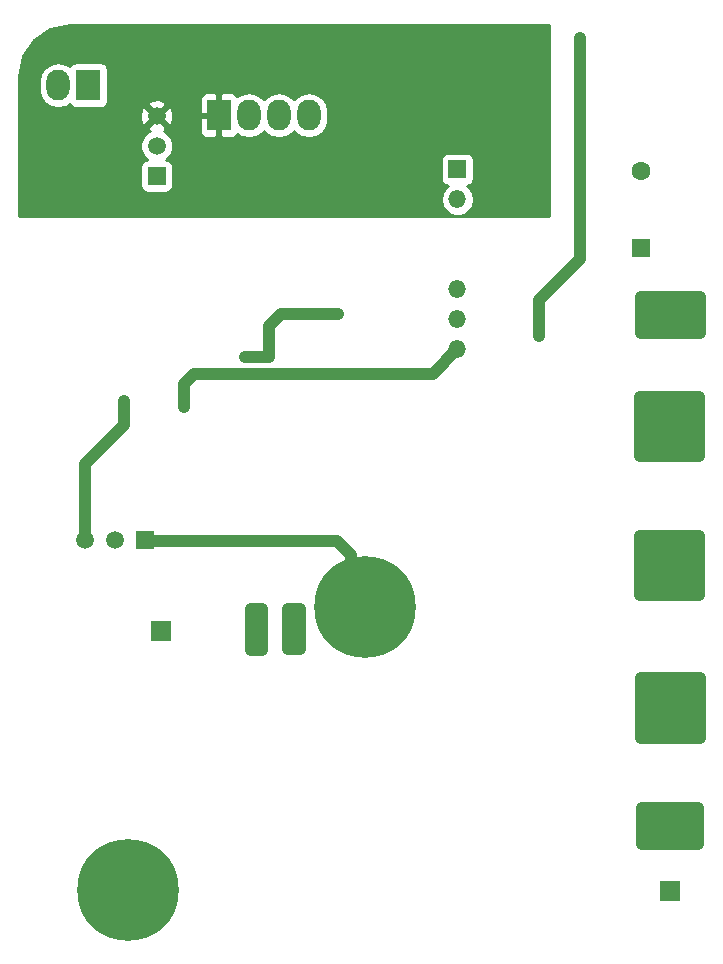
<source format=gbr>
G04 #@! TF.GenerationSoftware,KiCad,Pcbnew,no-vcs-found-dc66b73~61~ubuntu17.10.1*
G04 #@! TF.CreationDate,2018-02-04T10:14:16-05:00*
G04 #@! TF.ProjectId,VBUS-Sense,564255532D53656E73652E6B69636164,rev?*
G04 #@! TF.SameCoordinates,Original*
G04 #@! TF.FileFunction,Copper,L2,Bot,Signal*
G04 #@! TF.FilePolarity,Positive*
%FSLAX46Y46*%
G04 Gerber Fmt 4.6, Leading zero omitted, Abs format (unit mm)*
G04 Created by KiCad (PCBNEW no-vcs-found-dc66b73~61~ubuntu17.10.1) date Sun Feb  4 10:14:16 2018*
%MOMM*%
%LPD*%
G01*
G04 APERTURE LIST*
%ADD10O,2.000000X2.600000*%
%ADD11R,2.000000X2.600000*%
%ADD12R,1.500000X1.500000*%
%ADD13O,1.500000X1.500000*%
%ADD14C,8.600000*%
%ADD15C,0.900000*%
%ADD16R,1.700000X1.700000*%
%ADD17R,1.520000X1.520000*%
%ADD18C,1.520000*%
%ADD19C,1.600000*%
%ADD20R,1.600000X1.600000*%
%ADD21C,0.800000*%
%ADD22C,1.000000*%
%ADD23C,0.254000*%
G04 APERTURE END LIST*
D10*
X25273000Y-8382000D03*
X22733000Y-8382000D03*
X20193000Y-8382000D03*
D11*
X17653000Y-8382000D03*
D12*
X37846000Y-12954000D03*
D13*
X37846000Y-15494000D03*
X37846000Y-23114000D03*
X37846000Y-25654000D03*
X37846000Y-28194000D03*
D10*
X4064000Y-5842000D03*
D11*
X6604000Y-5842000D03*
D14*
X10000000Y-74000000D03*
D15*
X13225000Y-74000000D03*
X12280419Y-76280419D03*
X10000000Y-77225000D03*
X7719581Y-76280419D03*
X6775000Y-74000000D03*
X7719581Y-71719581D03*
X10000000Y-70775000D03*
X12280419Y-71719581D03*
X32280419Y-47719581D03*
X30000000Y-46775000D03*
X27719581Y-47719581D03*
X26775000Y-50000000D03*
X27719581Y-52280419D03*
X30000000Y-53225000D03*
X32280419Y-52280419D03*
X33225000Y-50000000D03*
D14*
X30000000Y-50000000D03*
D16*
X12750800Y-52070000D03*
X55854600Y-74066400D03*
D17*
X12382500Y-13525500D03*
D18*
X12382500Y-8445500D03*
X12382500Y-10985500D03*
D19*
X53365400Y-13083400D03*
D20*
X53365400Y-19583400D03*
D17*
X11366500Y-44386500D03*
D18*
X6286500Y-44386500D03*
X8826500Y-44386500D03*
D21*
X38719000Y-2540000D03*
X37719000Y-2540000D03*
X20336000Y-50165000D03*
X21336000Y-50165000D03*
X20336000Y-53657500D03*
X21336000Y-53657500D03*
X48260000Y-4841500D03*
X48260000Y-3841500D03*
X48260000Y-2841500D03*
X48260000Y-1841500D03*
X44767500Y-27066500D03*
X44767500Y-26066500D03*
X44767500Y-25066500D03*
X44767500Y-24066500D03*
X21875500Y-28892500D03*
X20875500Y-28892500D03*
X19875500Y-28892500D03*
X27765000Y-25209500D03*
X26765000Y-25209500D03*
X25765000Y-25209500D03*
X24765000Y-25209500D03*
X14732000Y-33115000D03*
X14732000Y-32115000D03*
X14732000Y-31115000D03*
X58403500Y-61070500D03*
X53403500Y-61070500D03*
X58403500Y-60070500D03*
X53403500Y-60070500D03*
X58403500Y-59070500D03*
X53403500Y-59070500D03*
X58403500Y-58070500D03*
X53403500Y-58070500D03*
X58403500Y-57070500D03*
X53403500Y-57070500D03*
X58403500Y-56070500D03*
X53403500Y-56070500D03*
X58340000Y-49005500D03*
X53340000Y-49005500D03*
X58340000Y-48005500D03*
X53340000Y-48005500D03*
X58340000Y-47005500D03*
X53340000Y-47005500D03*
X58340000Y-46005500D03*
X53340000Y-46005500D03*
X58340000Y-45005500D03*
X53340000Y-45005500D03*
X58340000Y-44005500D03*
X53340000Y-44005500D03*
X58340000Y-37258000D03*
X53340000Y-37258000D03*
X58340000Y-36258000D03*
X53340000Y-36258000D03*
X58340000Y-35258000D03*
X53340000Y-35258000D03*
X58340000Y-34258000D03*
X53340000Y-34258000D03*
X58340000Y-33258000D03*
X53340000Y-33258000D03*
X58340000Y-32258000D03*
X53340000Y-32258000D03*
X23511000Y-53594000D03*
X24511000Y-53594000D03*
X23511000Y-50165000D03*
X24511000Y-50165000D03*
X9652000Y-34575500D03*
X9652000Y-33575500D03*
X9652000Y-32575500D03*
X53467000Y-70056000D03*
X53467000Y-69056000D03*
X53467000Y-68056000D03*
X53467000Y-67056000D03*
X58229500Y-70056000D03*
X58229500Y-69056000D03*
X58229500Y-68056000D03*
X58229500Y-67056000D03*
X58356500Y-26812500D03*
X58356500Y-25812500D03*
X58356500Y-24812500D03*
X53403500Y-26812500D03*
X53403500Y-25812500D03*
X53403500Y-24812500D03*
X53403500Y-23812500D03*
X58356500Y-23812500D03*
D22*
X21875500Y-28892500D02*
X19875500Y-28892500D01*
X48260000Y-4841500D02*
X48260000Y-1841500D01*
X20336000Y-53657500D02*
X21336000Y-53657500D01*
X20336000Y-50165000D02*
X20336000Y-53657500D01*
X21336000Y-50165000D02*
X21336000Y-53657500D01*
X20336000Y-50165000D02*
X21336000Y-50165000D01*
X44767500Y-24066500D02*
X44767500Y-27066500D01*
X48260000Y-4841500D02*
X48260000Y-20574000D01*
X48260000Y-20574000D02*
X44767500Y-24066500D01*
X21875500Y-26257500D02*
X22923500Y-25209500D01*
X21875500Y-28892500D02*
X21875500Y-26257500D01*
X22923500Y-25209500D02*
X24765000Y-25209500D01*
X24765000Y-25209500D02*
X27765000Y-25209500D01*
X14732000Y-33115000D02*
X14732000Y-31115000D01*
X35750500Y-30289500D02*
X15557500Y-30289500D01*
X37846000Y-28194000D02*
X35750500Y-30289500D01*
X15557500Y-30289500D02*
X14732000Y-31115000D01*
X53403500Y-57070500D02*
X58403500Y-57070500D01*
X53403500Y-58070500D02*
X58403500Y-58070500D01*
X53403500Y-59070500D02*
X58403500Y-59070500D01*
X53403500Y-60070500D02*
X58403500Y-60070500D01*
X53403500Y-61070500D02*
X58403500Y-61070500D01*
X53403500Y-56070500D02*
X53403500Y-61070500D01*
X58403500Y-56070500D02*
X58403500Y-61070500D01*
X53403500Y-56070500D02*
X58403500Y-56070500D01*
X53340000Y-45005500D02*
X58340000Y-45005500D01*
X58340000Y-46005500D02*
X53340000Y-46005500D01*
X53340000Y-47005500D02*
X58340000Y-47005500D01*
X58340000Y-48005500D02*
X53340000Y-48005500D01*
X58340000Y-44005500D02*
X58340000Y-49005500D01*
X53340000Y-44005500D02*
X58340000Y-44005500D01*
X58340000Y-49005500D02*
X53340000Y-49005500D01*
X53340000Y-44005500D02*
X53340000Y-49005500D01*
X58340000Y-36258000D02*
X53340000Y-36258000D01*
X53340000Y-35258000D02*
X58340000Y-35258000D01*
X58340000Y-34258000D02*
X53340000Y-34258000D01*
X53340000Y-33258000D02*
X58340000Y-33258000D01*
X53340000Y-37258000D02*
X53340000Y-32258000D01*
X58340000Y-37258000D02*
X53340000Y-37258000D01*
X58340000Y-32258000D02*
X58340000Y-37258000D01*
X53340000Y-32258000D02*
X58340000Y-32258000D01*
X23511000Y-50165000D02*
X24511000Y-50165000D01*
X23511000Y-53594000D02*
X24511000Y-53594000D01*
X24511000Y-50165000D02*
X24511000Y-53594000D01*
X23511000Y-50165000D02*
X23511000Y-53594000D01*
X28849999Y-46222999D02*
X28849999Y-47327001D01*
X11430000Y-44450000D02*
X27686000Y-44450000D01*
X28869582Y-46203416D02*
X28849999Y-46222999D01*
X28869582Y-48869582D02*
X30000000Y-50000000D01*
X28849999Y-47327001D02*
X28869582Y-47346584D01*
X27686000Y-44450000D02*
X28869582Y-45633582D01*
X28869582Y-45633582D02*
X28869582Y-46203416D01*
X28869582Y-47346584D02*
X28869582Y-48869582D01*
X9652000Y-34575500D02*
X9652000Y-32575500D01*
X9652000Y-34575500D02*
X6350000Y-37877500D01*
X6350000Y-37877500D02*
X6350000Y-44450000D01*
X58229500Y-69056000D02*
X53467000Y-69056000D01*
X53467000Y-68056000D02*
X58229500Y-68056000D01*
X53467000Y-70056000D02*
X53467000Y-67056000D01*
X58229500Y-70056000D02*
X53467000Y-70056000D01*
X58229500Y-67056000D02*
X58229500Y-70056000D01*
X53467000Y-67056000D02*
X58229500Y-67056000D01*
X53403500Y-26812500D02*
X53403500Y-23812500D01*
X58356500Y-23812500D02*
X58356500Y-26812500D01*
X53403500Y-26812500D02*
X58356500Y-26812500D01*
X58356500Y-25812500D02*
X53403500Y-25812500D01*
X53403500Y-24812500D02*
X58356500Y-24812500D01*
X53403500Y-23812500D02*
X58356500Y-23812500D01*
D23*
G36*
X45645515Y-16907054D02*
X710000Y-16882131D01*
X710000Y-15494000D01*
X36433867Y-15494000D01*
X36541359Y-16034400D01*
X36847471Y-16492529D01*
X37305600Y-16798641D01*
X37709593Y-16879000D01*
X37982407Y-16879000D01*
X38386400Y-16798641D01*
X38844529Y-16492529D01*
X39150641Y-16034400D01*
X39258133Y-15494000D01*
X39150641Y-14953600D01*
X38844529Y-14495471D01*
X38621408Y-14346386D01*
X38843765Y-14302157D01*
X39053809Y-14161809D01*
X39194157Y-13951765D01*
X39243440Y-13704000D01*
X39243440Y-12204000D01*
X39194157Y-11956235D01*
X39053809Y-11746191D01*
X38843765Y-11605843D01*
X38596000Y-11556560D01*
X37096000Y-11556560D01*
X36848235Y-11605843D01*
X36638191Y-11746191D01*
X36497843Y-11956235D01*
X36448560Y-12204000D01*
X36448560Y-13704000D01*
X36497843Y-13951765D01*
X36638191Y-14161809D01*
X36848235Y-14302157D01*
X37070592Y-14346386D01*
X36847471Y-14495471D01*
X36541359Y-14953600D01*
X36433867Y-15494000D01*
X710000Y-15494000D01*
X710000Y-12765500D01*
X10975060Y-12765500D01*
X10975060Y-14285500D01*
X11024343Y-14533265D01*
X11164691Y-14743309D01*
X11374735Y-14883657D01*
X11622500Y-14932940D01*
X13142500Y-14932940D01*
X13390265Y-14883657D01*
X13600309Y-14743309D01*
X13740657Y-14533265D01*
X13789940Y-14285500D01*
X13789940Y-12765500D01*
X13740657Y-12517735D01*
X13600309Y-12307691D01*
X13390265Y-12167343D01*
X13209451Y-12131377D01*
X13565124Y-11775704D01*
X13777500Y-11262983D01*
X13777500Y-10708017D01*
X13565124Y-10195296D01*
X13172704Y-9802876D01*
X12977641Y-9722078D01*
X13112441Y-9666242D01*
X13181659Y-9424264D01*
X12382500Y-8625105D01*
X11583341Y-9424264D01*
X11652559Y-9666242D01*
X11797431Y-9717906D01*
X11592296Y-9802876D01*
X11199876Y-10195296D01*
X10987500Y-10708017D01*
X10987500Y-11262983D01*
X11199876Y-11775704D01*
X11555549Y-12131377D01*
X11374735Y-12167343D01*
X11164691Y-12307691D01*
X11024343Y-12517735D01*
X10975060Y-12765500D01*
X710000Y-12765500D01*
X710000Y-8238280D01*
X10975345Y-8238280D01*
X11003159Y-8792549D01*
X11161758Y-9175441D01*
X11403736Y-9244659D01*
X12202895Y-8445500D01*
X12562105Y-8445500D01*
X13361264Y-9244659D01*
X13603242Y-9175441D01*
X13784294Y-8667750D01*
X16018000Y-8667750D01*
X16018000Y-9808310D01*
X16114673Y-10041699D01*
X16293302Y-10220327D01*
X16526691Y-10317000D01*
X17367250Y-10317000D01*
X17526000Y-10158250D01*
X17526000Y-8509000D01*
X16176750Y-8509000D01*
X16018000Y-8667750D01*
X13784294Y-8667750D01*
X13789655Y-8652720D01*
X13761841Y-8098451D01*
X13603242Y-7715559D01*
X13361264Y-7646341D01*
X12562105Y-8445500D01*
X12202895Y-8445500D01*
X11403736Y-7646341D01*
X11161758Y-7715559D01*
X10975345Y-8238280D01*
X710000Y-8238280D01*
X710000Y-5380969D01*
X2429000Y-5380969D01*
X2429000Y-6303030D01*
X2523864Y-6779944D01*
X2885231Y-7320769D01*
X3426055Y-7682136D01*
X4064000Y-7809031D01*
X4701944Y-7682136D01*
X5047100Y-7451510D01*
X5146191Y-7599809D01*
X5356235Y-7740157D01*
X5604000Y-7789440D01*
X7604000Y-7789440D01*
X7851765Y-7740157D01*
X8061809Y-7599809D01*
X8150726Y-7466736D01*
X11583341Y-7466736D01*
X12382500Y-8265895D01*
X13181659Y-7466736D01*
X13112441Y-7224758D01*
X12589720Y-7038345D01*
X12035451Y-7066159D01*
X11652559Y-7224758D01*
X11583341Y-7466736D01*
X8150726Y-7466736D01*
X8202157Y-7389765D01*
X8251440Y-7142000D01*
X8251440Y-6955690D01*
X16018000Y-6955690D01*
X16018000Y-8096250D01*
X16176750Y-8255000D01*
X17526000Y-8255000D01*
X17526000Y-6605750D01*
X17780000Y-6605750D01*
X17780000Y-8255000D01*
X17800000Y-8255000D01*
X17800000Y-8509000D01*
X17780000Y-8509000D01*
X17780000Y-10158250D01*
X17938750Y-10317000D01*
X18779309Y-10317000D01*
X19012698Y-10220327D01*
X19191327Y-10041699D01*
X19211635Y-9992670D01*
X19555056Y-10222136D01*
X20193000Y-10349031D01*
X20830945Y-10222136D01*
X21371769Y-9860769D01*
X21463000Y-9724232D01*
X21554231Y-9860769D01*
X22095056Y-10222136D01*
X22733000Y-10349031D01*
X23370945Y-10222136D01*
X23911769Y-9860769D01*
X24003000Y-9724232D01*
X24094231Y-9860769D01*
X24635056Y-10222136D01*
X25273000Y-10349031D01*
X25910945Y-10222136D01*
X26451769Y-9860769D01*
X26813136Y-9319945D01*
X26908000Y-8843030D01*
X26908000Y-7920969D01*
X26813136Y-7444055D01*
X26451769Y-6903231D01*
X25910944Y-6541864D01*
X25273000Y-6414969D01*
X24635055Y-6541864D01*
X24094231Y-6903231D01*
X24003000Y-7039768D01*
X23911769Y-6903231D01*
X23370944Y-6541864D01*
X22733000Y-6414969D01*
X22095055Y-6541864D01*
X21554231Y-6903231D01*
X21463000Y-7039768D01*
X21371769Y-6903231D01*
X20830944Y-6541864D01*
X20193000Y-6414969D01*
X19555055Y-6541864D01*
X19211635Y-6771330D01*
X19191327Y-6722301D01*
X19012698Y-6543673D01*
X18779309Y-6447000D01*
X17938750Y-6447000D01*
X17780000Y-6605750D01*
X17526000Y-6605750D01*
X17367250Y-6447000D01*
X16526691Y-6447000D01*
X16293302Y-6543673D01*
X16114673Y-6722301D01*
X16018000Y-6955690D01*
X8251440Y-6955690D01*
X8251440Y-4542000D01*
X8202157Y-4294235D01*
X8061809Y-4084191D01*
X7851765Y-3943843D01*
X7604000Y-3894560D01*
X5604000Y-3894560D01*
X5356235Y-3943843D01*
X5146191Y-4084191D01*
X5047100Y-4232489D01*
X4701945Y-4001864D01*
X4064000Y-3874969D01*
X3426056Y-4001864D01*
X2885231Y-4363231D01*
X2523864Y-4904055D01*
X2429000Y-5380969D01*
X710000Y-5380969D01*
X710000Y-5069931D01*
X1049408Y-3363610D01*
X1976349Y-1976346D01*
X3363610Y-1049408D01*
X5069931Y-710000D01*
X45621412Y-710000D01*
X45645515Y-16907054D01*
X45645515Y-16907054D01*
G37*
X45645515Y-16907054D02*
X710000Y-16882131D01*
X710000Y-15494000D01*
X36433867Y-15494000D01*
X36541359Y-16034400D01*
X36847471Y-16492529D01*
X37305600Y-16798641D01*
X37709593Y-16879000D01*
X37982407Y-16879000D01*
X38386400Y-16798641D01*
X38844529Y-16492529D01*
X39150641Y-16034400D01*
X39258133Y-15494000D01*
X39150641Y-14953600D01*
X38844529Y-14495471D01*
X38621408Y-14346386D01*
X38843765Y-14302157D01*
X39053809Y-14161809D01*
X39194157Y-13951765D01*
X39243440Y-13704000D01*
X39243440Y-12204000D01*
X39194157Y-11956235D01*
X39053809Y-11746191D01*
X38843765Y-11605843D01*
X38596000Y-11556560D01*
X37096000Y-11556560D01*
X36848235Y-11605843D01*
X36638191Y-11746191D01*
X36497843Y-11956235D01*
X36448560Y-12204000D01*
X36448560Y-13704000D01*
X36497843Y-13951765D01*
X36638191Y-14161809D01*
X36848235Y-14302157D01*
X37070592Y-14346386D01*
X36847471Y-14495471D01*
X36541359Y-14953600D01*
X36433867Y-15494000D01*
X710000Y-15494000D01*
X710000Y-12765500D01*
X10975060Y-12765500D01*
X10975060Y-14285500D01*
X11024343Y-14533265D01*
X11164691Y-14743309D01*
X11374735Y-14883657D01*
X11622500Y-14932940D01*
X13142500Y-14932940D01*
X13390265Y-14883657D01*
X13600309Y-14743309D01*
X13740657Y-14533265D01*
X13789940Y-14285500D01*
X13789940Y-12765500D01*
X13740657Y-12517735D01*
X13600309Y-12307691D01*
X13390265Y-12167343D01*
X13209451Y-12131377D01*
X13565124Y-11775704D01*
X13777500Y-11262983D01*
X13777500Y-10708017D01*
X13565124Y-10195296D01*
X13172704Y-9802876D01*
X12977641Y-9722078D01*
X13112441Y-9666242D01*
X13181659Y-9424264D01*
X12382500Y-8625105D01*
X11583341Y-9424264D01*
X11652559Y-9666242D01*
X11797431Y-9717906D01*
X11592296Y-9802876D01*
X11199876Y-10195296D01*
X10987500Y-10708017D01*
X10987500Y-11262983D01*
X11199876Y-11775704D01*
X11555549Y-12131377D01*
X11374735Y-12167343D01*
X11164691Y-12307691D01*
X11024343Y-12517735D01*
X10975060Y-12765500D01*
X710000Y-12765500D01*
X710000Y-8238280D01*
X10975345Y-8238280D01*
X11003159Y-8792549D01*
X11161758Y-9175441D01*
X11403736Y-9244659D01*
X12202895Y-8445500D01*
X12562105Y-8445500D01*
X13361264Y-9244659D01*
X13603242Y-9175441D01*
X13784294Y-8667750D01*
X16018000Y-8667750D01*
X16018000Y-9808310D01*
X16114673Y-10041699D01*
X16293302Y-10220327D01*
X16526691Y-10317000D01*
X17367250Y-10317000D01*
X17526000Y-10158250D01*
X17526000Y-8509000D01*
X16176750Y-8509000D01*
X16018000Y-8667750D01*
X13784294Y-8667750D01*
X13789655Y-8652720D01*
X13761841Y-8098451D01*
X13603242Y-7715559D01*
X13361264Y-7646341D01*
X12562105Y-8445500D01*
X12202895Y-8445500D01*
X11403736Y-7646341D01*
X11161758Y-7715559D01*
X10975345Y-8238280D01*
X710000Y-8238280D01*
X710000Y-5380969D01*
X2429000Y-5380969D01*
X2429000Y-6303030D01*
X2523864Y-6779944D01*
X2885231Y-7320769D01*
X3426055Y-7682136D01*
X4064000Y-7809031D01*
X4701944Y-7682136D01*
X5047100Y-7451510D01*
X5146191Y-7599809D01*
X5356235Y-7740157D01*
X5604000Y-7789440D01*
X7604000Y-7789440D01*
X7851765Y-7740157D01*
X8061809Y-7599809D01*
X8150726Y-7466736D01*
X11583341Y-7466736D01*
X12382500Y-8265895D01*
X13181659Y-7466736D01*
X13112441Y-7224758D01*
X12589720Y-7038345D01*
X12035451Y-7066159D01*
X11652559Y-7224758D01*
X11583341Y-7466736D01*
X8150726Y-7466736D01*
X8202157Y-7389765D01*
X8251440Y-7142000D01*
X8251440Y-6955690D01*
X16018000Y-6955690D01*
X16018000Y-8096250D01*
X16176750Y-8255000D01*
X17526000Y-8255000D01*
X17526000Y-6605750D01*
X17780000Y-6605750D01*
X17780000Y-8255000D01*
X17800000Y-8255000D01*
X17800000Y-8509000D01*
X17780000Y-8509000D01*
X17780000Y-10158250D01*
X17938750Y-10317000D01*
X18779309Y-10317000D01*
X19012698Y-10220327D01*
X19191327Y-10041699D01*
X19211635Y-9992670D01*
X19555056Y-10222136D01*
X20193000Y-10349031D01*
X20830945Y-10222136D01*
X21371769Y-9860769D01*
X21463000Y-9724232D01*
X21554231Y-9860769D01*
X22095056Y-10222136D01*
X22733000Y-10349031D01*
X23370945Y-10222136D01*
X23911769Y-9860769D01*
X24003000Y-9724232D01*
X24094231Y-9860769D01*
X24635056Y-10222136D01*
X25273000Y-10349031D01*
X25910945Y-10222136D01*
X26451769Y-9860769D01*
X26813136Y-9319945D01*
X26908000Y-8843030D01*
X26908000Y-7920969D01*
X26813136Y-7444055D01*
X26451769Y-6903231D01*
X25910944Y-6541864D01*
X25273000Y-6414969D01*
X24635055Y-6541864D01*
X24094231Y-6903231D01*
X24003000Y-7039768D01*
X23911769Y-6903231D01*
X23370944Y-6541864D01*
X22733000Y-6414969D01*
X22095055Y-6541864D01*
X21554231Y-6903231D01*
X21463000Y-7039768D01*
X21371769Y-6903231D01*
X20830944Y-6541864D01*
X20193000Y-6414969D01*
X19555055Y-6541864D01*
X19211635Y-6771330D01*
X19191327Y-6722301D01*
X19012698Y-6543673D01*
X18779309Y-6447000D01*
X17938750Y-6447000D01*
X17780000Y-6605750D01*
X17526000Y-6605750D01*
X17367250Y-6447000D01*
X16526691Y-6447000D01*
X16293302Y-6543673D01*
X16114673Y-6722301D01*
X16018000Y-6955690D01*
X8251440Y-6955690D01*
X8251440Y-4542000D01*
X8202157Y-4294235D01*
X8061809Y-4084191D01*
X7851765Y-3943843D01*
X7604000Y-3894560D01*
X5604000Y-3894560D01*
X5356235Y-3943843D01*
X5146191Y-4084191D01*
X5047100Y-4232489D01*
X4701945Y-4001864D01*
X4064000Y-3874969D01*
X3426056Y-4001864D01*
X2885231Y-4363231D01*
X2523864Y-4904055D01*
X2429000Y-5380969D01*
X710000Y-5380969D01*
X710000Y-5069931D01*
X1049408Y-3363610D01*
X1976349Y-1976346D01*
X3363610Y-1049408D01*
X5069931Y-710000D01*
X45621412Y-710000D01*
X45645515Y-16907054D01*
M02*

</source>
